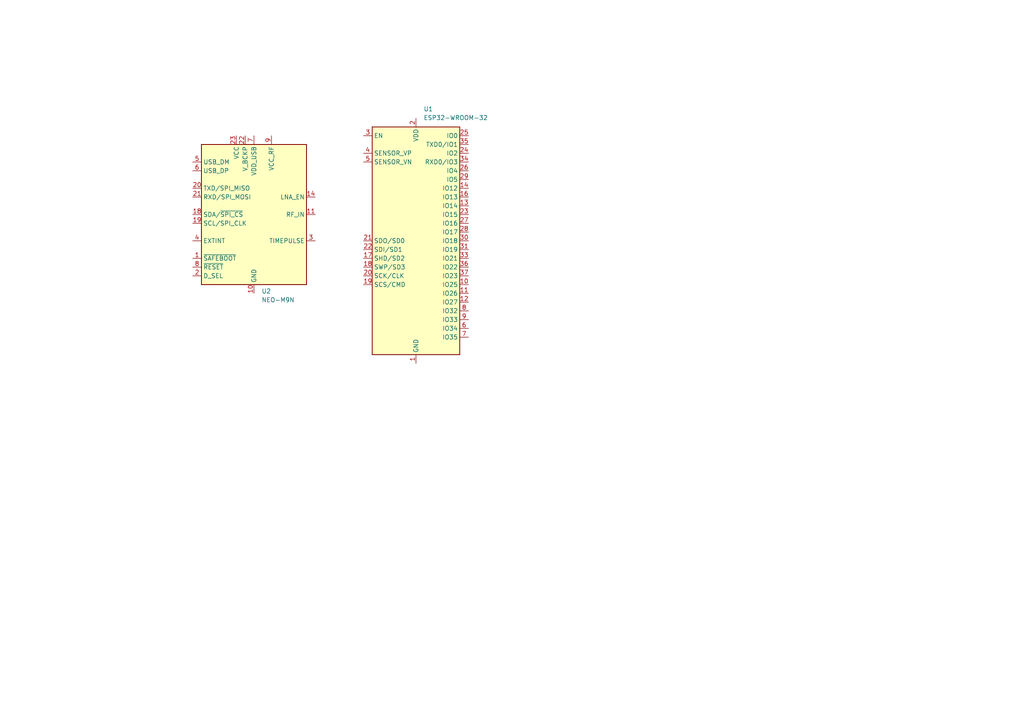
<source format=kicad_sch>
(kicad_sch (version 20230121) (generator eeschema)
  (paper "A4")
  (lib_symbols
    (symbol "RF_GPS:NEO-M9N"
      (property "Reference" "U" (at -13.97 21.59 0))
      (property "Value" "NEO-M9N" (at 11.43 21.59 0))
      (symbol "NEO-M9N_0_1"
        (rectangle (start -15.24 20.32) (end 15.24 -20.32) (stroke (width 0.254)) (fill (type background)))
      )
      (symbol "NEO-M9N_1_1"
        (pin input line (at -17.78 -12.7 0) (length 2.54) (name "~{SAFEBOOT}") (number "1"))
        (pin power_in line (at 0 -22.86 90) (length 2.54) (name "GND") (number "10"))
        (pin input line (at 17.78 0 180) (length 2.54) (name "RF_IN") (number "11"))
        (pin passive line (at 0 -22.86 90) (length 2.54) hide (name "GND") (number "12"))
        (pin passive line (at 0 -22.86 90) (length 2.54) hide (name "GND") (number "13"))
        (pin output line (at 17.78 5.08 180) (length 2.54) (name "LNA_EN") (number "14"))
        (pin no_connect line (at 15.24 -10.16 180) (length 2.54) hide (name "RESERVED") (number "15"))
        (pin no_connect line (at 15.24 -12.7 180) (length 2.54) hide (name "RESERVED") (number "16"))
        (pin no_connect line (at 15.24 -15.24 180) (length 2.54) hide (name "RESERVED") (number "17"))
        (pin bidirectional line (at -17.78 0 0) (length 2.54) (name "SDA/~{SPI_CS}") (number "18"))
        (pin input line (at -17.78 -2.54 0) (length 2.54) (name "SCL/SPI_CLK") (number "19"))
        (pin input line (at -17.78 -17.78 0) (length 2.54) (name "D_SEL") (number "2"))
        (pin output line (at -17.78 7.62 0) (length 2.54) (name "TXD/SPI_MISO") (number "20"))
        (pin input line (at -17.78 5.08 0) (length 2.54) (name "RXD/SPI_MOSI") (number "21"))
        (pin power_in line (at -2.54 22.86 270) (length 2.54) (name "V_BCKP") (number "22"))
        (pin power_in line (at -5.08 22.86 270) (length 2.54) (name "VCC") (number "23"))
        (pin passive line (at 0 -22.86 90) (length 2.54) hide (name "GND") (number "24"))
        (pin output line (at 17.78 -7.62 180) (length 2.54) (name "TIMEPULSE") (number "3"))
        (pin input line (at -17.78 -7.62 0) (length 2.54) (name "EXTINT") (number "4"))
        (pin bidirectional line (at -17.78 15.24 0) (length 2.54) (name "USB_DM") (number "5"))
        (pin bidirectional line (at -17.78 12.7 0) (length 2.54) (name "USB_DP") (number "6"))
        (pin power_in line (at 0 22.86 270) (length 2.54) (name "VDD_USB") (number "7"))
        (pin input line (at -17.78 -15.24 0) (length 2.54) (name "~{RESET}") (number "8"))
        (pin power_out line (at 5.08 22.86 270) (length 2.54) (name "VCC_RF") (number "9"))
      )
    )
    (symbol "RF_Module:ESP32-WROOM-32"
      (property "Reference" "U" (at -12.7 34.29 0))
      (property "Value" "ESP32-WROOM-32" (at 1.27 34.29 0))
      (symbol "ESP32-WROOM-32_0_1"
        (rectangle (start -12.7 33.02) (end 12.7 -33.02) (stroke (width 0.254)) (fill (type background)))
      )
      (symbol "ESP32-WROOM-32_1_1"
        (pin power_in line (at 0 -35.56 90) (length 2.54) (name "GND") (number "1"))
        (pin bidirectional line (at 15.24 -12.7 180) (length 2.54) (name "IO25") (number "10"))
        (pin bidirectional line (at 15.24 -15.24 180) (length 2.54) (name "IO26") (number "11"))
        (pin bidirectional line (at 15.24 -17.78 180) (length 2.54) (name "IO27") (number "12"))
        (pin bidirectional line (at 15.24 10.16 180) (length 2.54) (name "IO14") (number "13"))
        (pin bidirectional line (at 15.24 15.24 180) (length 2.54) (name "IO12") (number "14"))
        (pin passive line (at 0 -35.56 90) (length 2.54) hide (name "GND") (number "15"))
        (pin bidirectional line (at 15.24 12.7 180) (length 2.54) (name "IO13") (number "16"))
        (pin bidirectional line (at -15.24 -5.08 0) (length 2.54) (name "SHD/SD2") (number "17"))
        (pin bidirectional line (at -15.24 -7.62 0) (length 2.54) (name "SWP/SD3") (number "18"))
        (pin bidirectional line (at -15.24 -12.7 0) (length 2.54) (name "SCS/CMD") (number "19"))
        (pin power_in line (at 0 35.56 270) (length 2.54) (name "VDD") (number "2"))
        (pin bidirectional line (at -15.24 -10.16 0) (length 2.54) (name "SCK/CLK") (number "20"))
        (pin bidirectional line (at -15.24 0 0) (length 2.54) (name "SDO/SD0") (number "21"))
        (pin bidirectional line (at -15.24 -2.54 0) (length 2.54) (name "SDI/SD1") (number "22"))
        (pin bidirectional line (at 15.24 7.62 180) (length 2.54) (name "IO15") (number "23"))
        (pin bidirectional line (at 15.24 25.4 180) (length 2.54) (name "IO2") (number "24"))
        (pin bidirectional line (at 15.24 30.48 180) (length 2.54) (name "IO0") (number "25"))
        (pin bidirectional line (at 15.24 20.32 180) (length 2.54) (name "IO4") (number "26"))
        (pin bidirectional line (at 15.24 5.08 180) (length 2.54) (name "IO16") (number "27"))
        (pin bidirectional line (at 15.24 2.54 180) (length 2.54) (name "IO17") (number "28"))
        (pin bidirectional line (at 15.24 17.78 180) (length 2.54) (name "IO5") (number "29"))
        (pin input line (at -15.24 30.48 0) (length 2.54) (name "EN") (number "3"))
        (pin bidirectional line (at 15.24 0 180) (length 2.54) (name "IO18") (number "30"))
        (pin bidirectional line (at 15.24 -2.54 180) (length 2.54) (name "IO19") (number "31"))
        (pin no_connect line (at -12.7 -27.94 0) (length 2.54) hide (name "NC") (number "32"))
        (pin bidirectional line (at 15.24 -5.08 180) (length 2.54) (name "IO21") (number "33"))
        (pin bidirectional line (at 15.24 22.86 180) (length 2.54) (name "RXD0/IO3") (number "34"))
        (pin bidirectional line (at 15.24 27.94 180) (length 2.54) (name "TXD0/IO1") (number "35"))
        (pin bidirectional line (at 15.24 -7.62 180) (length 2.54) (name "IO22") (number "36"))
        (pin bidirectional line (at 15.24 -10.16 180) (length 2.54) (name "IO23") (number "37"))
        (pin passive line (at 0 -35.56 90) (length 2.54) hide (name "GND") (number "38"))
        (pin passive line (at 0 -35.56 90) (length 2.54) hide (name "GND") (number "39"))
        (pin input line (at -15.24 25.4 0) (length 2.54) (name "SENSOR_VP") (number "4"))
        (pin input line (at -15.24 22.86 0) (length 2.54) (name "SENSOR_VN") (number "5"))
        (pin input line (at 15.24 -25.4 180) (length 2.54) (name "IO34") (number "6"))
        (pin input line (at 15.24 -27.94 180) (length 2.54) (name "IO35") (number "7"))
        (pin bidirectional line (at 15.24 -20.32 180) (length 2.54) (name "IO32") (number "8"))
        (pin bidirectional line (at 15.24 -22.86 180) (length 2.54) (name "IO33") (number "9"))
      )
    )
  )
  (symbol (lib_id "RF_GPS:NEO-M9N") (at 73.66 62.23 0) (unit 1)
    (property "Reference" "U2" (at 75.8541 84.455 0) (effects (justify left)))
    (property "Value" "NEO-M9N" (at 75.8541 86.995 0) (effects (justify left)))
    (property "Footprint" "RF_GPS:ublox_NEO" (effects hide))
    (property "Datasheet" "https://www.u-blox.com/sites/default/files/NEO-M9N-00B_DataSheet_UBX-19014285.pdf" (effects hide))
  )
  (symbol (lib_id "RF_Module:ESP32-WROOM-32") (at 120.65 69.85 0) (unit 1)
    (property "Reference" "U1" (at 122.8441 31.623 0) (effects (justify left)))
    (property "Value" "ESP32-WROOM-32" (at 122.8441 34.163 0) (effects (justify left)))
    (property "Footprint" "RF_Module:ESP32-WROOM-32" (effects hide))
    (property "Datasheet" "https://www.espressif.com/sites/default/files/documentation/esp32-wroom-32_datasheet_en.pdf" (effects hide))
  )
)
</source>
